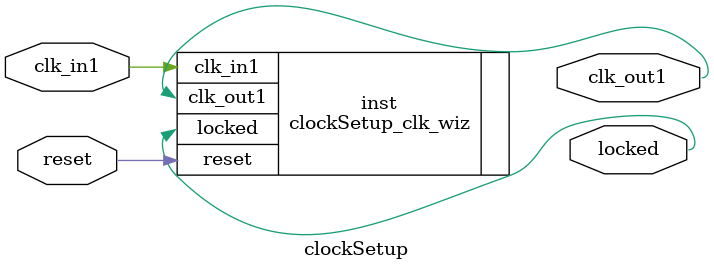
<source format=v>


`timescale 1ps/1ps

(* CORE_GENERATION_INFO = "clockSetup,clk_wiz_v6_0_9_0_0,{component_name=clockSetup,use_phase_alignment=true,use_min_o_jitter=false,use_max_i_jitter=false,use_dyn_phase_shift=false,use_inclk_switchover=false,use_dyn_reconfig=false,enable_axi=0,feedback_source=FDBK_AUTO,PRIMITIVE=MMCM,num_out_clk=1,clkin1_period=10.000,clkin2_period=10.000,use_power_down=false,use_reset=true,use_locked=true,use_inclk_stopped=false,feedback_type=SINGLE,CLOCK_MGR_TYPE=NA,manual_override=false}" *)

module clockSetup 
 (
  // Clock out ports
  output        clk_out1,
  // Status and control signals
  input         reset,
  output        locked,
 // Clock in ports
  input         clk_in1
 );

  clockSetup_clk_wiz inst
  (
  // Clock out ports  
  .clk_out1(clk_out1),
  // Status and control signals               
  .reset(reset), 
  .locked(locked),
 // Clock in ports
  .clk_in1(clk_in1)
  );

endmodule

</source>
